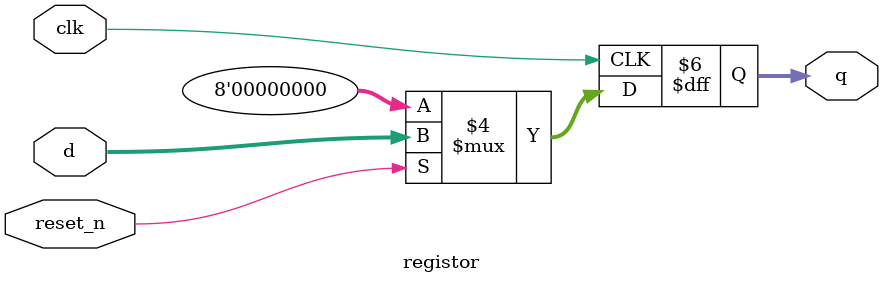
<source format=v>
module try(SW, LEDR);
	input [9:0] SW;
	output [9:0] LEDR;
	registor r0(
		.d(SW[7:0]),
		.clk(SW[9]),
		.reset_n(SW[8]),
		.q(LEDR[7:0])
	);
endmodule

module registor(d, clk, reset_n, q);
	input [7:0] d;
	input clk, reset_n;
	output [7:0] q;
	reg [7:0] q;
	always @(posedge clk)
	begin
		if (reset_n == 1'b0)
			q <= 8'b00000000;
		else
			q <= d;
	end
endmodule

</source>
